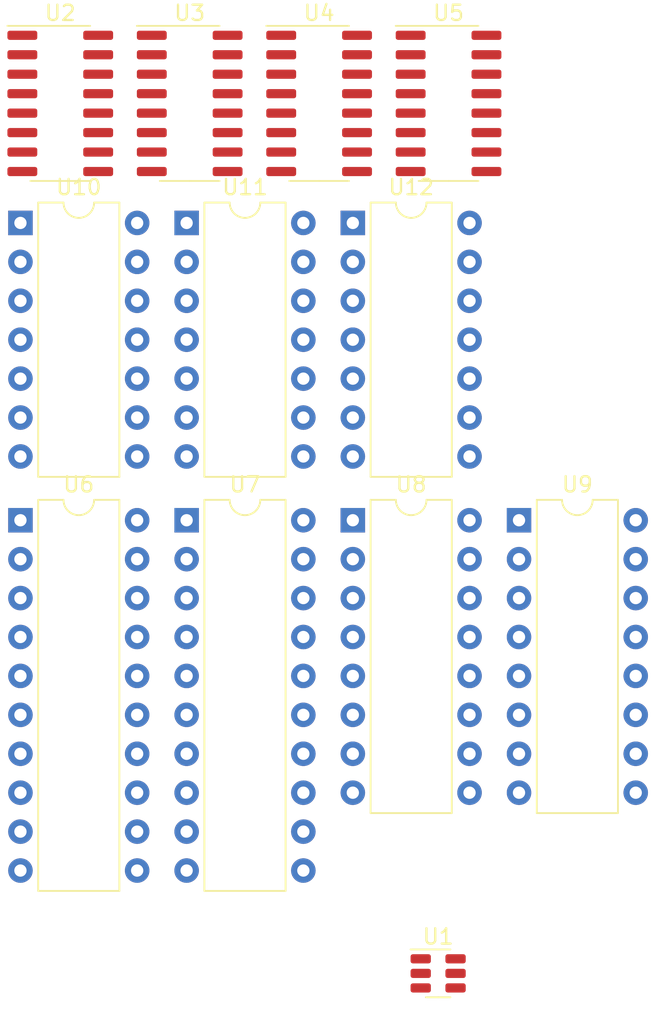
<source format=kicad_pcb>
(kicad_pcb (version 20221018) (generator pcbnew)
  (layers (0 "F.Cu" signal) (31 "B.Cu" signal) (34 "B.Paste" user) (35 "F.Paste" user) (36 "B.SilkS" user "B.Silkscreen") (37 "F.SilkS" user "F.Silkscreen") (38 "B.Mask" user) (39 "F.Mask" user) (44 "Edge.Cuts" user))
  (net 0 "")
  (footprint "Package_DIP:DIP-14_W7.62mm" (layer "F.Cu") (at 125.64 66.46)
    (fp_text reference "U10" (at 3.81 -2.33) (layer "F.SilkS"))
    (fp_text value "CD74HC08")
    (fp_line (start 1.16 -1.33) (end 1.16 16.57) (stroke (width 0.12)) (layer "F.SilkS"))
    (fp_line (start 1.16 16.57) (end 6.46 16.57) (stroke (width 0.12)) (layer "F.SilkS"))
    (fp_line (start 2.81 -1.33) (end 1.16 -1.33) (stroke (width 0.12)) (layer "F.SilkS"))
    (fp_line (start 6.46 -1.33) (end 4.81 -1.33) (stroke (width 0.12)) (layer "F.SilkS"))
    (fp_line (start 6.46 16.57) (end 6.46 -1.33) (stroke (width 0.12)) (layer "F.SilkS"))
    (fp_arc (start 4.81 -1.33) (mid 3.81 -0.33) (end 2.81 -1.33) (stroke (width 0.12)) (layer "F.SilkS"))
    (pad "1" thru_hole rect (at 0 0) (size 1.6 1.6) (drill 0.8) (layers "*.Cu" "*.Mask"))
    (pad "2" thru_hole oval (at 0 2.54) (size 1.6 1.6) (drill 0.8) (layers "*.Cu" "*.Mask"))
    (pad "3" thru_hole oval (at 0 5.08) (size 1.6 1.6) (drill 0.8) (layers "*.Cu" "*.Mask"))
    (pad "4" thru_hole oval (at 0 7.62) (size 1.6 1.6) (drill 0.8) (layers "*.Cu" "*.Mask"))
    (pad "5" thru_hole oval (at 0 10.16) (size 1.6 1.6) (drill 0.8) (layers "*.Cu" "*.Mask"))
    (pad "6" thru_hole oval (at 0 12.7) (size 1.6 1.6) (drill 0.8) (layers "*.Cu" "*.Mask"))
    (pad "7" thru_hole oval (at 0 15.24) (size 1.6 1.6) (drill 0.8) (layers "*.Cu" "*.Mask"))
    (pad "8" thru_hole oval (at 7.62 15.24) (size 1.6 1.6) (drill 0.8) (layers "*.Cu" "*.Mask"))
    (pad "9" thru_hole oval (at 7.62 12.7) (size 1.6 1.6) (drill 0.8) (layers "*.Cu" "*.Mask"))
    (pad "10" thru_hole oval (at 7.62 10.16) (size 1.6 1.6) (drill 0.8) (layers "*.Cu" "*.Mask"))
    (pad "11" thru_hole oval (at 7.62 7.62) (size 1.6 1.6) (drill 0.8) (layers "*.Cu" "*.Mask"))
    (pad "12" thru_hole oval (at 7.62 5.08) (size 1.6 1.6) (drill 0.8) (layers "*.Cu" "*.Mask"))
    (pad "13" thru_hole oval (at 7.62 2.54) (size 1.6 1.6) (drill 0.8) (layers "*.Cu" "*.Mask"))
    (pad "14" thru_hole oval (at 7.62 0) (size 1.6 1.6) (drill 0.8) (layers "*.Cu" "*.Mask"))
  )
  (footprint "Package_DIP:DIP-20_W7.62mm" (layer "F.Cu") (at 125.64 85.86)
    (fp_text reference "U6" (at 3.81 -2.33) (layer "F.SilkS"))
    (fp_text value "SN74F521")
    (fp_line (start 1.16 -1.33) (end 1.16 24.19) (stroke (width 0.12)) (layer "F.SilkS"))
    (fp_line (start 1.16 24.19) (end 6.46 24.19) (stroke (width 0.12)) (layer "F.SilkS"))
    (fp_line (start 2.81 -1.33) (end 1.16 -1.33) (stroke (width 0.12)) (layer "F.SilkS"))
    (fp_line (start 6.46 -1.33) (end 4.81 -1.33) (stroke (width 0.12)) (layer "F.SilkS"))
    (fp_line (start 6.46 24.19) (end 6.46 -1.33) (stroke (width 0.12)) (layer "F.SilkS"))
    (fp_arc (start 4.81 -1.33) (mid 3.81 -0.33) (end 2.81 -1.33) (stroke (width 0.12)) (layer "F.SilkS"))
    (pad "1" thru_hole rect (at 0 0) (size 1.6 1.6) (drill 0.8) (layers "*.Cu" "*.Mask"))
    (pad "2" thru_hole oval (at 0 2.54) (size 1.6 1.6) (drill 0.8) (layers "*.Cu" "*.Mask"))
    (pad "3" thru_hole oval (at 0 5.08) (size 1.6 1.6) (drill 0.8) (layers "*.Cu" "*.Mask"))
    (pad "4" thru_hole oval (at 0 7.62) (size 1.6 1.6) (drill 0.8) (layers "*.Cu" "*.Mask"))
    (pad "5" thru_hole oval (at 0 10.16) (size 1.6 1.6) (drill 0.8) (layers "*.Cu" "*.Mask"))
    (pad "6" thru_hole oval (at 0 12.7) (size 1.6 1.6) (drill 0.8) (layers "*.Cu" "*.Mask"))
    (pad "7" thru_hole oval (at 0 15.24) (size 1.6 1.6) (drill 0.8) (layers "*.Cu" "*.Mask"))
    (pad "8" thru_hole oval (at 0 17.78) (size 1.6 1.6) (drill 0.8) (layers "*.Cu" "*.Mask"))
    (pad "9" thru_hole oval (at 0 20.32) (size 1.6 1.6) (drill 0.8) (layers "*.Cu" "*.Mask"))
    (pad "10" thru_hole oval (at 0 22.86) (size 1.6 1.6) (drill 0.8) (layers "*.Cu" "*.Mask"))
    (pad "11" thru_hole oval (at 7.62 22.86) (size 1.6 1.6) (drill 0.8) (layers "*.Cu" "*.Mask"))
    (pad "12" thru_hole oval (at 7.62 20.32) (size 1.6 1.6) (drill 0.8) (layers "*.Cu" "*.Mask"))
    (pad "13" thru_hole oval (at 7.62 17.78) (size 1.6 1.6) (drill 0.8) (layers "*.Cu" "*.Mask"))
    (pad "14" thru_hole oval (at 7.62 15.24) (size 1.6 1.6) (drill 0.8) (layers "*.Cu" "*.Mask"))
    (pad "15" thru_hole oval (at 7.62 12.7) (size 1.6 1.6) (drill 0.8) (layers "*.Cu" "*.Mask"))
    (pad "16" thru_hole oval (at 7.62 10.16) (size 1.6 1.6) (drill 0.8) (layers "*.Cu" "*.Mask"))
    (pad "17" thru_hole oval (at 7.62 7.62) (size 1.6 1.6) (drill 0.8) (layers "*.Cu" "*.Mask"))
    (pad "18" thru_hole oval (at 7.62 5.08) (size 1.6 1.6) (drill 0.8) (layers "*.Cu" "*.Mask"))
    (pad "19" thru_hole oval (at 7.62 2.54) (size 1.6 1.6) (drill 0.8) (layers "*.Cu" "*.Mask"))
    (pad "20" thru_hole oval (at 7.62 0) (size 1.6 1.6) (drill 0.8) (layers "*.Cu" "*.Mask"))
  )
  (footprint "Package_SO:SOIC-16_3.9x9.9mm_P1.27mm" (layer "F.Cu") (at 145.14 58.66)
    (fp_text reference "U4" (at 0 -5.9) (layer "F.SilkS"))
    (fp_text value "HEF4518B")
    (fp_line (start 0 -5.06) (end -3.45 -5.06) (stroke (width 0.12)) (layer "F.SilkS"))
    (fp_line (start 0 -5.06) (end 1.95 -5.06) (stroke (width 0.12)) (layer "F.SilkS"))
    (fp_line (start 0 5.06) (end -1.95 5.06) (stroke (width 0.12)) (layer "F.SilkS"))
    (fp_line (start 0 5.06) (end 1.95 5.06) (stroke (width 0.12)) (layer "F.SilkS"))
    (pad "1" smd roundrect (at -2.475 -4.445) (size 1.95 0.6) (layers "F.Cu" "F.Paste" "F.Mask"))
    (pad "2" smd roundrect (at -2.475 -3.175) (size 1.95 0.6) (layers "F.Cu" "F.Paste" "F.Mask"))
    (pad "3" smd roundrect (at -2.475 -1.905) (size 1.95 0.6) (layers "F.Cu" "F.Paste" "F.Mask"))
    (pad "4" smd roundrect (at -2.475 -0.635) (size 1.95 0.6) (layers "F.Cu" "F.Paste" "F.Mask"))
    (pad "5" smd roundrect (at -2.475 0.635) (size 1.95 0.6) (layers "F.Cu" "F.Paste" "F.Mask"))
    (pad "6" smd roundrect (at -2.475 1.905) (size 1.95 0.6) (layers "F.Cu" "F.Paste" "F.Mask"))
    (pad "7" smd roundrect (at -2.475 3.175) (size 1.95 0.6) (layers "F.Cu" "F.Paste" "F.Mask"))
    (pad "8" smd roundrect (at -2.475 4.445) (size 1.95 0.6) (layers "F.Cu" "F.Paste" "F.Mask"))
    (pad "9" smd roundrect (at 2.475 4.445) (size 1.95 0.6) (layers "F.Cu" "F.Paste" "F.Mask"))
    (pad "10" smd roundrect (at 2.475 3.175) (size 1.95 0.6) (layers "F.Cu" "F.Paste" "F.Mask"))
    (pad "11" smd roundrect (at 2.475 1.905) (size 1.95 0.6) (layers "F.Cu" "F.Paste" "F.Mask"))
    (pad "12" smd roundrect (at 2.475 0.635) (size 1.95 0.6) (layers "F.Cu" "F.Paste" "F.Mask"))
    (pad "13" smd roundrect (at 2.475 -0.635) (size 1.95 0.6) (layers "F.Cu" "F.Paste" "F.Mask"))
    (pad "14" smd roundrect (at 2.475 -1.905) (size 1.95 0.6) (layers "F.Cu" "F.Paste" "F.Mask"))
    (pad "15" smd roundrect (at 2.475 -3.175) (size 1.95 0.6) (layers "F.Cu" "F.Paste" "F.Mask"))
    (pad "16" smd roundrect (at 2.475 -4.445) (size 1.95 0.6) (layers "F.Cu" "F.Paste" "F.Mask"))
  )
  (footprint "Package_TO_SOT_SMD:SOT-23-6" (layer "F.Cu") (at 152.91 115.43)
    (fp_text reference "U1" (at 0 -2.4) (layer "F.SilkS"))
    (fp_text value "AT42QT1010-TSHR")
    (fp_line (start 0 -1.56) (end -1.8 -1.56) (stroke (width 0.12)) (layer "F.SilkS"))
    (fp_line (start 0 -1.56) (end 0.8 -1.56) (stroke (width 0.12)) (layer "F.SilkS"))
    (fp_line (start 0 1.56) (end -0.8 1.56) (stroke (width 0.12)) (layer "F.SilkS"))
    (fp_line (start 0 1.56) (end 0.8 1.56) (stroke (width 0.12)) (layer "F.SilkS"))
    (pad "1" smd roundrect (at -1.1375 -0.95) (size 1.325 0.6) (layers "F.Cu" "F.Paste" "F.Mask"))
    (pad "2" smd roundrect (at -1.1375 0) (size 1.325 0.6) (layers "F.Cu" "F.Paste" "F.Mask"))
    (pad "3" smd roundrect (at -1.1375 0.95) (size 1.325 0.6) (layers "F.Cu" "F.Paste" "F.Mask"))
    (pad "4" smd roundrect (at 1.1375 0.95) (size 1.325 0.6) (layers "F.Cu" "F.Paste" "F.Mask"))
    (pad "5" smd roundrect (at 1.1375 0) (size 1.325 0.6) (layers "F.Cu" "F.Paste" "F.Mask"))
    (pad "6" smd roundrect (at 1.1375 -0.95) (size 1.325 0.6) (layers "F.Cu" "F.Paste" "F.Mask"))
  )
  (footprint "Package_DIP:DIP-16_W7.62mm" (layer "F.Cu") (at 147.34 85.86)
    (fp_text reference "U8" (at 3.81 -2.33) (layer "F.SilkS"))
    (fp_text value "CD74HC4020")
    (fp_line (start 1.16 -1.33) (end 1.16 19.11) (stroke (width 0.12)) (layer "F.SilkS"))
    (fp_line (start 1.16 19.11) (end 6.46 19.11) (stroke (width 0.12)) (layer "F.SilkS"))
    (fp_line (start 2.81 -1.33) (end 1.16 -1.33) (stroke (width 0.12)) (layer "F.SilkS"))
    (fp_line (start 6.46 -1.33) (end 4.81 -1.33) (stroke (width 0.12)) (layer "F.SilkS"))
    (fp_line (start 6.46 19.11) (end 6.46 -1.33) (stroke (width 0.12)) (layer "F.SilkS"))
    (fp_arc (start 4.81 -1.33) (mid 3.81 -0.33) (end 2.81 -1.33) (stroke (width 0.12)) (layer "F.SilkS"))
    (pad "1" thru_hole rect (at 0 0) (size 1.6 1.6) (drill 0.8) (layers "*.Cu" "*.Mask"))
    (pad "2" thru_hole oval (at 0 2.54) (size 1.6 1.6) (drill 0.8) (layers "*.Cu" "*.Mask"))
    (pad "3" thru_hole oval (at 0 5.08) (size 1.6 1.6) (drill 0.8) (layers "*.Cu" "*.Mask"))
    (pad "4" thru_hole oval (at 0 7.62) (size 1.6 1.6) (drill 0.8) (layers "*.Cu" "*.Mask"))
    (pad "5" thru_hole oval (at 0 10.16) (size 1.6 1.6) (drill 0.8) (layers "*.Cu" "*.Mask"))
    (pad "6" thru_hole oval (at 0 12.7) (size 1.6 1.6) (drill 0.8) (layers "*.Cu" "*.Mask"))
    (pad "7" thru_hole oval (at 0 15.24) (size 1.6 1.6) (drill 0.8) (layers "*.Cu" "*.Mask"))
    (pad "8" thru_hole oval (at 0 17.78) (size 1.6 1.6) (drill 0.8) (layers "*.Cu" "*.Mask"))
    (pad "9" thru_hole oval (at 7.62 17.78) (size 1.6 1.6) (drill 0.8) (layers "*.Cu" "*.Mask"))
    (pad "10" thru_hole oval (at 7.62 15.24) (size 1.6 1.6) (drill 0.8) (layers "*.Cu" "*.Mask"))
    (pad "11" thru_hole oval (at 7.62 12.7) (size 1.6 1.6) (drill 0.8) (layers "*.Cu" "*.Mask"))
    (pad "12" thru_hole oval (at 7.62 10.16) (size 1.6 1.6) (drill 0.8) (layers "*.Cu" "*.Mask"))
    (pad "13" thru_hole oval (at 7.62 7.62) (size 1.6 1.6) (drill 0.8) (layers "*.Cu" "*.Mask"))
    (pad "14" thru_hole oval (at 7.62 5.08) (size 1.6 1.6) (drill 0.8) (layers "*.Cu" "*.Mask"))
    (pad "15" thru_hole oval (at 7.62 2.54) (size 1.6 1.6) (drill 0.8) (layers "*.Cu" "*.Mask"))
    (pad "16" thru_hole oval (at 7.62 0) (size 1.6 1.6) (drill 0.8) (layers "*.Cu" "*.Mask"))
  )
  (footprint "Package_DIP:DIP-14_W7.62mm" (layer "F.Cu") (at 136.49 66.46)
    (fp_text reference "U11" (at 3.81 -2.33) (layer "F.SilkS"))
    (fp_text value "CD74HC08")
    (fp_line (start 1.16 -1.33) (end 1.16 16.57) (stroke (width 0.12)) (layer "F.SilkS"))
    (fp_line (start 1.16 16.57) (end 6.46 16.57) (stroke (width 0.12)) (layer "F.SilkS"))
    (fp_line (start 2.81 -1.33) (end 1.16 -1.33) (stroke (width 0.12)) (layer "F.SilkS"))
    (fp_line (start 6.46 -1.33) (end 4.81 -1.33) (stroke (width 0.12)) (layer "F.SilkS"))
    (fp_line (start 6.46 16.57) (end 6.46 -1.33) (stroke (width 0.12)) (layer "F.SilkS"))
    (fp_arc (start 4.81 -1.33) (mid 3.81 -0.33) (end 2.81 -1.33) (stroke (width 0.12)) (layer "F.SilkS"))
    (pad "1" thru_hole rect (at 0 0) (size 1.6 1.6) (drill 0.8) (layers "*.Cu" "*.Mask"))
    (pad "2" thru_hole oval (at 0 2.54) (size 1.6 1.6) (drill 0.8) (layers "*.Cu" "*.Mask"))
    (pad "3" thru_hole oval (at 0 5.08) (size 1.6 1.6) (drill 0.8) (layers "*.Cu" "*.Mask"))
    (pad "4" thru_hole oval (at 0 7.62) (size 1.6 1.6) (drill 0.8) (layers "*.Cu" "*.Mask"))
    (pad "5" thru_hole oval (at 0 10.16) (size 1.6 1.6) (drill 0.8) (layers "*.Cu" "*.Mask"))
    (pad "6" thru_hole oval (at 0 12.7) (size 1.6 1.6) (drill 0.8) (layers "*.Cu" "*.Mask"))
    (pad "7" thru_hole oval (at 0 15.24) (size 1.6 1.6) (drill 0.8) (layers "*.Cu" "*.Mask"))
    (pad "8" thru_hole oval (at 7.62 15.24) (size 1.6 1.6) (drill 0.8) (layers "*.Cu" "*.Mask"))
    (pad "9" thru_hole oval (at 7.62 12.7) (size 1.6 1.6) (drill 0.8) (layers "*.Cu" "*.Mask"))
    (pad "10" thru_hole oval (at 7.62 10.16) (size 1.6 1.6) (drill 0.8) (layers "*.Cu" "*.Mask"))
    (pad "11" thru_hole oval (at 7.62 7.62) (size 1.6 1.6) (drill 0.8) (layers "*.Cu" "*.Mask"))
    (pad "12" thru_hole oval (at 7.62 5.08) (size 1.6 1.6) (drill 0.8) (layers "*.Cu" "*.Mask"))
    (pad "13" thru_hole oval (at 7.62 2.54) (size 1.6 1.6) (drill 0.8) (layers "*.Cu" "*.Mask"))
    (pad "14" thru_hole oval (at 7.62 0) (size 1.6 1.6) (drill 0.8) (layers "*.Cu" "*.Mask"))
  )
  (footprint "Package_SO:SOIC-16_3.9x9.9mm_P1.27mm" (layer "F.Cu") (at 128.24 58.66)
    (fp_text reference "U2" (at 0 -5.9) (layer "F.SilkS"))
    (fp_text value "HEF4518B")
    (fp_line (start 0 -5.06) (end -3.45 -5.06) (stroke (width 0.12)) (layer "F.SilkS"))
    (fp_line (start 0 -5.06) (end 1.95 -5.06) (stroke (width 0.12)) (layer "F.SilkS"))
    (fp_line (start 0 5.06) (end -1.95 5.06) (stroke (width 0.12)) (layer "F.SilkS"))
    (fp_line (start 0 5.06) (end 1.95 5.06) (stroke (width 0.12)) (layer "F.SilkS"))
    (pad "1" smd roundrect (at -2.475 -4.445) (size 1.95 0.6) (layers "F.Cu" "F.Paste" "F.Mask"))
    (pad "2" smd roundrect (at -2.475 -3.175) (size 1.95 0.6) (layers "F.Cu" "F.Paste" "F.Mask"))
    (pad "3" smd roundrect (at -2.475 -1.905) (size 1.95 0.6) (layers "F.Cu" "F.Paste" "F.Mask"))
    (pad "4" smd roundrect (at -2.475 -0.635) (size 1.95 0.6) (layers "F.Cu" "F.Paste" "F.Mask"))
    (pad "5" smd roundrect (at -2.475 0.635) (size 1.95 0.6) (layers "F.Cu" "F.Paste" "F.Mask"))
    (pad "6" smd roundrect (at -2.475 1.905) (size 1.95 0.6) (layers "F.Cu" "F.Paste" "F.Mask"))
    (pad "7" smd roundrect (at -2.475 3.175) (size 1.95 0.6) (layers "F.Cu" "F.Paste" "F.Mask"))
    (pad "8" smd roundrect (at -2.475 4.445) (size 1.95 0.6) (layers "F.Cu" "F.Paste" "F.Mask"))
    (pad "9" smd roundrect (at 2.475 4.445) (size 1.95 0.6) (layers "F.Cu" "F.Paste" "F.Mask"))
    (pad "10" smd roundrect (at 2.475 3.175) (size 1.95 0.6) (layers "F.Cu" "F.Paste" "F.Mask"))
    (pad "11" smd roundrect (at 2.475 1.905) (size 1.95 0.6) (layers "F.Cu" "F.Paste" "F.Mask"))
    (pad "12" smd roundrect (at 2.475 0.635) (size 1.95 0.6) (layers "F.Cu" "F.Paste" "F.Mask"))
    (pad "13" smd roundrect (at 2.475 -0.635) (size 1.95 0.6) (layers "F.Cu" "F.Paste" "F.Mask"))
    (pad "14" smd roundrect (at 2.475 -1.905) (size 1.95 0.6) (layers "F.Cu" "F.Paste" "F.Mask"))
    (pad "15" smd roundrect (at 2.475 -3.175) (size 1.95 0.6) (layers "F.Cu" "F.Paste" "F.Mask"))
    (pad "16" smd roundrect (at 2.475 -4.445) (size 1.95 0.6) (layers "F.Cu" "F.Paste" "F.Mask"))
  )
  (footprint "Package_SO:SOIC-16_3.9x9.9mm_P1.27mm" (layer "F.Cu") (at 136.69 58.66)
    (fp_text reference "U3" (at 0 -5.9) (layer "F.SilkS"))
    (fp_text value "HEF4518B")
    (fp_line (start 0 -5.06) (end -3.45 -5.06) (stroke (width 0.12)) (layer "F.SilkS"))
    (fp_line (start 0 -5.06) (end 1.95 -5.06) (stroke (width 0.12)) (layer "F.SilkS"))
    (fp_line (start 0 5.06) (end -1.95 5.06) (stroke (width 0.12)) (layer "F.SilkS"))
    (fp_line (start 0 5.06) (end 1.95 5.06) (stroke (width 0.12)) (layer "F.SilkS"))
    (pad "1" smd roundrect (at -2.475 -4.445) (size 1.95 0.6) (layers "F.Cu" "F.Paste" "F.Mask"))
    (pad "2" smd roundrect (at -2.475 -3.175) (size 1.95 0.6) (layers "F.Cu" "F.Paste" "F.Mask"))
    (pad "3" smd roundrect (at -2.475 -1.905) (size 1.95 0.6) (layers "F.Cu" "F.Paste" "F.Mask"))
    (pad "4" smd roundrect (at -2.475 -0.635) (size 1.95 0.6) (layers "F.Cu" "F.Paste" "F.Mask"))
    (pad "5" smd roundrect (at -2.475 0.635) (size 1.95 0.6) (layers "F.Cu" "F.Paste" "F.Mask"))
    (pad "6" smd roundrect (at -2.475 1.905) (size 1.95 0.6) (layers "F.Cu" "F.Paste" "F.Mask"))
    (pad "7" smd roundrect (at -2.475 3.175) (size 1.95 0.6) (layers "F.Cu" "F.Paste" "F.Mask"))
    (pad "8" smd roundrect (at -2.475 4.445) (size 1.95 0.6) (layers "F.Cu" "F.Paste" "F.Mask"))
    (pad "9" smd roundrect (at 2.475 4.445) (size 1.95 0.6) (layers "F.Cu" "F.Paste" "F.Mask"))
    (pad "10" smd roundrect (at 2.475 3.175) (size 1.95 0.6) (layers "F.Cu" "F.Paste" "F.Mask"))
    (pad "11" smd roundrect (at 2.475 1.905) (size 1.95 0.6) (layers "F.Cu" "F.Paste" "F.Mask"))
    (pad "12" smd roundrect (at 2.475 0.635) (size 1.95 0.6) (layers "F.Cu" "F.Paste" "F.Mask"))
    (pad "13" smd roundrect (at 2.475 -0.635) (size 1.95 0.6) (layers "F.Cu" "F.Paste" "F.Mask"))
    (pad "14" smd roundrect (at 2.475 -1.905) (size 1.95 0.6) (layers "F.Cu" "F.Paste" "F.Mask"))
    (pad "15" smd roundrect (at 2.475 -3.175) (size 1.95 0.6) (layers "F.Cu" "F.Paste" "F.Mask"))
    (pad "16" smd roundrect (at 2.475 -4.445) (size 1.95 0.6) (layers "F.Cu" "F.Paste" "F.Mask"))
  )
  (footprint "Package_SO:SOIC-16_3.9x9.9mm_P1.27mm" (layer "F.Cu") (at 153.59 58.66)
    (fp_text reference "U5" (at 0 -5.9) (layer "F.SilkS"))
    (fp_text value "HEF4518B")
    (fp_line (start 0 -5.06) (end -3.45 -5.06) (stroke (width 0.12)) (layer "F.SilkS"))
    (fp_line (start 0 -5.06) (end 1.95 -5.06) (stroke (width 0.12)) (layer "F.SilkS"))
    (fp_line (start 0 5.06) (end -1.95 5.06) (stroke (width 0.12)) (layer "F.SilkS"))
    (fp_line (start 0 5.06) (end 1.95 5.06) (stroke (width 0.12)) (layer "F.SilkS"))
    (pad "1" smd roundrect (at -2.475 -4.445) (size 1.95 0.6) (layers "F.Cu" "F.Paste" "F.Mask"))
    (pad "2" smd roundrect (at -2.475 -3.175) (size 1.95 0.6) (layers "F.Cu" "F.Paste" "F.Mask"))
    (pad "3" smd roundrect (at -2.475 -1.905) (size 1.95 0.6) (layers "F.Cu" "F.Paste" "F.Mask"))
    (pad "4" smd roundrect (at -2.475 -0.635) (size 1.95 0.6) (layers "F.Cu" "F.Paste" "F.Mask"))
    (pad "5" smd roundrect (at -2.475 0.635) (size 1.95 0.6) (layers "F.Cu" "F.Paste" "F.Mask"))
    (pad "6" smd roundrect (at -2.475 1.905) (size 1.95 0.6) (layers "F.Cu" "F.Paste" "F.Mask"))
    (pad "7" smd roundrect (at -2.475 3.175) (size 1.95 0.6) (layers "F.Cu" "F.Paste" "F.Mask"))
    (pad "8" smd roundrect (at -2.475 4.445) (size 1.95 0.6) (layers "F.Cu" "F.Paste" "F.Mask"))
    (pad "9" smd roundrect (at 2.475 4.445) (size 1.95 0.6) (layers "F.Cu" "F.Paste" "F.Mask"))
    (pad "10" smd roundrect (at 2.475 3.175) (size 1.95 0.6) (layers "F.Cu" "F.Paste" "F.Mask"))
    (pad "11" smd roundrect (at 2.475 1.905) (size 1.95 0.6) (layers "F.Cu" "F.Paste" "F.Mask"))
    (pad "12" smd roundrect (at 2.475 0.635) (size 1.95 0.6) (layers "F.Cu" "F.Paste" "F.Mask"))
    (pad "13" smd roundrect (at 2.475 -0.635) (size 1.95 0.6) (layers "F.Cu" "F.Paste" "F.Mask"))
    (pad "14" smd roundrect (at 2.475 -1.905) (size 1.95 0.6) (layers "F.Cu" "F.Paste" "F.Mask"))
    (pad "15" smd roundrect (at 2.475 -3.175) (size 1.95 0.6) (layers "F.Cu" "F.Paste" "F.Mask"))
    (pad "16" smd roundrect (at 2.475 -4.445) (size 1.95 0.6) (layers "F.Cu" "F.Paste" "F.Mask"))
  )
  (footprint "Package_DIP:DIP-16_W7.62mm" (layer "F.Cu") (at 158.19 85.86)
    (fp_text reference "U9" (at 3.81 -2.33) (layer "F.SilkS"))
    (fp_text value "CD74HC4020")
    (fp_line (start 1.16 -1.33) (end 1.16 19.11) (stroke (width 0.12)) (layer "F.SilkS"))
    (fp_line (start 1.16 19.11) (end 6.46 19.11) (stroke (width 0.12)) (layer "F.SilkS"))
    (fp_line (start 2.81 -1.33) (end 1.16 -1.33) (stroke (width 0.12)) (layer "F.SilkS"))
    (fp_line (start 6.46 -1.33) (end 4.81 -1.33) (stroke (width 0.12)) (layer "F.SilkS"))
    (fp_line (start 6.46 19.11) (end 6.46 -1.33) (stroke (width 0.12)) (layer "F.SilkS"))
    (fp_arc (start 4.81 -1.33) (mid 3.81 -0.33) (end 2.81 -1.33) (stroke (width 0.12)) (layer "F.SilkS"))
    (pad "1" thru_hole rect (at 0 0) (size 1.6 1.6) (drill 0.8) (layers "*.Cu" "*.Mask"))
    (pad "2" thru_hole oval (at 0 2.54) (size 1.6 1.6) (drill 0.8) (layers "*.Cu" "*.Mask"))
    (pad "3" thru_hole oval (at 0 5.08) (size 1.6 1.6) (drill 0.8) (layers "*.Cu" "*.Mask"))
    (pad "4" thru_hole oval (at 0 7.62) (size 1.6 1.6) (drill 0.8) (layers "*.Cu" "*.Mask"))
    (pad "5" thru_hole oval (at 0 10.16) (size 1.6 1.6) (drill 0.8) (layers "*.Cu" "*.Mask"))
    (pad "6" thru_hole oval (at 0 12.7) (size 1.6 1.6) (drill 0.8) (layers "*.Cu" "*.Mask"))
    (pad "7" thru_hole oval (at 0 15.24) (size 1.6 1.6) (drill 0.8) (layers "*.Cu" "*.Mask"))
    (pad "8" thru_hole oval (at 0 17.78) (size 1.6 1.6) (drill 0.8) (layers "*.Cu" "*.Mask"))
    (pad "9" thru_hole oval (at 7.62 17.78) (size 1.6 1.6) (drill 0.8) (layers "*.Cu" "*.Mask"))
    (pad "10" thru_hole oval (at 7.62 15.24) (size 1.6 1.6) (drill 0.8) (layers "*.Cu" "*.Mask"))
    (pad "11" thru_hole oval (at 7.62 12.7) (size 1.6 1.6) (drill 0.8) (layers "*.Cu" "*.Mask"))
    (pad "12" thru_hole oval (at 7.62 10.16) (size 1.6 1.6) (drill 0.8) (layers "*.Cu" "*.Mask"))
    (pad "13" thru_hole oval (at 7.62 7.62) (size 1.6 1.6) (drill 0.8) (layers "*.Cu" "*.Mask"))
    (pad "14" thru_hole oval (at 7.62 5.08) (size 1.6 1.6) (drill 0.8) (layers "*.Cu" "*.Mask"))
    (pad "15" thru_hole oval (at 7.62 2.54) (size 1.6 1.6) (drill 0.8) (layers "*.Cu" "*.Mask"))
    (pad "16" thru_hole oval (at 7.62 0) (size 1.6 1.6) (drill 0.8) (layers "*.Cu" "*.Mask"))
  )
  (footprint "Package_DIP:DIP-20_W7.62mm" (layer "F.Cu") (at 136.49 85.86)
    (fp_text reference "U7" (at 3.81 -2.33) (layer "F.SilkS"))
    (fp_text value "SN74F521")
    (fp_line (start 1.16 -1.33) (end 1.16 24.19) (stroke (width 0.12)) (layer "F.SilkS"))
    (fp_line (start 1.16 24.19) (end 6.46 24.19) (stroke (width 0.12)) (layer "F.SilkS"))
    (fp_line (start 2.81 -1.33) (end 1.16 -1.33) (stroke (width 0.12)) (layer "F.SilkS"))
    (fp_line (start 6.46 -1.33) (end 4.81 -1.33) (stroke (width 0.12)) (layer "F.SilkS"))
    (fp_line (start 6.46 24.19) (end 6.46 -1.33) (stroke (width 0.12)) (layer "F.SilkS"))
    (fp_arc (start 4.81 -1.33) (mid 3.81 -0.33) (end 2.81 -1.33) (stroke (width 0.12)) (layer "F.SilkS"))
    (pad "1" thru_hole rect (at 0 0) (size 1.6 1.6) (drill 0.8) (layers "*.Cu" "*.Mask"))
    (pad "2" thru_hole oval (at 0 2.54) (size 1.6 1.6) (drill 0.8) (layers "*.Cu" "*.Mask"))
    (pad "3" thru_hole oval (at 0 5.08) (size 1.6 1.6) (drill 0.8) (layers "*.Cu" "*.Mask"))
    (pad "4" thru_hole oval (at 0 7.62) (size 1.6 1.6) (drill 0.8) (layers "*.Cu" "*.Mask"))
    (pad "5" thru_hole oval (at 0 10.16) (size 1.6 1.6) (drill 0.8) (layers "*.Cu" "*.Mask"))
    (pad "6" thru_hole oval (at 0 12.7) (size 1.6 1.6) (drill 0.8) (layers "*.Cu" "*.Mask"))
    (pad "7" thru_hole oval (at 0 15.24) (size 1.6 1.6) (drill 0.8) (layers "*.Cu" "*.Mask"))
    (pad "8" thru_hole oval (at 0 17.78) (size 1.6 1.6) (drill 0.8) (layers "*.Cu" "*.Mask"))
    (pad "9" thru_hole oval (at 0 20.32) (size 1.6 1.6) (drill 0.8) (layers "*.Cu" "*.Mask"))
    (pad "10" thru_hole oval (at 0 22.86) (size 1.6 1.6) (drill 0.8) (layers "*.Cu" "*.Mask"))
    (pad "11" thru_hole oval (at 7.62 22.86) (size 1.6 1.6) (drill 0.8) (layers "*.Cu" "*.Mask"))
    (pad "12" thru_hole oval (at 7.62 20.32) (size 1.6 1.6) (drill 0.8) (layers "*.Cu" "*.Mask"))
    (pad "13" thru_hole oval (at 7.62 17.78) (size 1.6 1.6) (drill 0.8) (layers "*.Cu" "*.Mask"))
    (pad "14" thru_hole oval (at 7.62 15.24) (size 1.6 1.6) (drill 0.8) (layers "*.Cu" "*.Mask"))
    (pad "15" thru_hole oval (at 7.62 12.7) (size 1.6 1.6) (drill 0.8) (layers "*.Cu" "*.Mask"))
    (pad "16" thru_hole oval (at 7.62 10.16) (size 1.6 1.6) (drill 0.8) (layers "*.Cu" "*.Mask"))
    (pad "17" thru_hole oval (at 7.62 7.62) (size 1.6 1.6) (drill 0.8) (layers "*.Cu" "*.Mask"))
    (pad "18" thru_hole oval (at 7.62 5.08) (size 1.6 1.6) (drill 0.8) (layers "*.Cu" "*.Mask"))
    (pad "19" thru_hole oval (at 7.62 2.54) (size 1.6 1.6) (drill 0.8) (layers "*.Cu" "*.Mask"))
    (pad "20" thru_hole oval (at 7.62 0) (size 1.6 1.6) (drill 0.8) (layers "*.Cu" "*.Mask"))
  )
  (footprint "Package_DIP:DIP-14_W7.62mm" (layer "F.Cu") (at 147.34 66.46)
    (fp_text reference "U12" (at 3.81 -2.33) (layer "F.SilkS"))
    (fp_text value "CD74HC08")
    (fp_line (start 1.16 -1.33) (end 1.16 16.57) (stroke (width 0.12)) (layer "F.SilkS"))
    (fp_line (start 1.16 16.57) (end 6.46 16.57) (stroke (width 0.12)) (layer "F.SilkS"))
    (fp_line (start 2.81 -1.33) (end 1.16 -1.33) (stroke (width 0.12)) (layer "F.SilkS"))
    (fp_line (start 6.46 -1.33) (end 4.81 -1.33) (stroke (width 0.12)) (layer "F.SilkS"))
    (fp_line (start 6.46 16.57) (end 6.46 -1.33) (stroke (width 0.12)) (layer "F.SilkS"))
    (fp_arc (start 4.81 -1.33) (mid 3.81 -0.33) (end 2.81 -1.33) (stroke (width 0.12)) (layer "F.SilkS"))
    (pad "1" thru_hole rect (at 0 0) (size 1.6 1.6) (drill 0.8) (layers "*.Cu" "*.Mask"))
    (pad "2" thru_hole oval (at 0 2.54) (size 1.6 1.6) (drill 0.8) (layers "*.Cu" "*.Mask"))
    (pad "3" thru_hole oval (at 0 5.08) (size 1.6 1.6) (drill 0.8) (layers "*.Cu" "*.Mask"))
    (pad "4" thru_hole oval (at 0 7.62) (size 1.6 1.6) (drill 0.8) (layers "*.Cu" "*.Mask"))
    (pad "5" thru_hole oval (at 0 10.16) (size 1.6 1.6) (drill 0.8) (layers "*.Cu" "*.Mask"))
    (pad "6" thru_hole oval (at 0 12.7) (size 1.6 1.6) (drill 0.8) (layers "*.Cu" "*.Mask"))
    (pad "7" thru_hole oval (at 0 15.24) (size 1.6 1.6) (drill 0.8) (layers "*.Cu" "*.Mask"))
    (pad "8" thru_hole oval (at 7.62 15.24) (size 1.6 1.6) (drill 0.8) (layers "*.Cu" "*.Mask"))
    (pad "9" thru_hole oval (at 7.62 12.7) (size 1.6 1.6) (drill 0.8) (layers "*.Cu" "*.Mask"))
    (pad "10" thru_hole oval (at 7.62 10.16) (size 1.6 1.6) (drill 0.8) (layers "*.Cu" "*.Mask"))
    (pad "11" thru_hole oval (at 7.62 7.62) (size 1.6 1.6) (drill 0.8) (layers "*.Cu" "*.Mask"))
    (pad "12" thru_hole oval (at 7.62 5.08) (size 1.6 1.6) (drill 0.8) (layers "*.Cu" "*.Mask"))
    (pad "13" thru_hole oval (at 7.62 2.54) (size 1.6 1.6) (drill 0.8) (layers "*.Cu" "*.Mask"))
    (pad "14" thru_hole oval (at 7.62 0) (size 1.6 1.6) (drill 0.8) (layers "*.Cu" "*.Mask"))
  )
)
</source>
